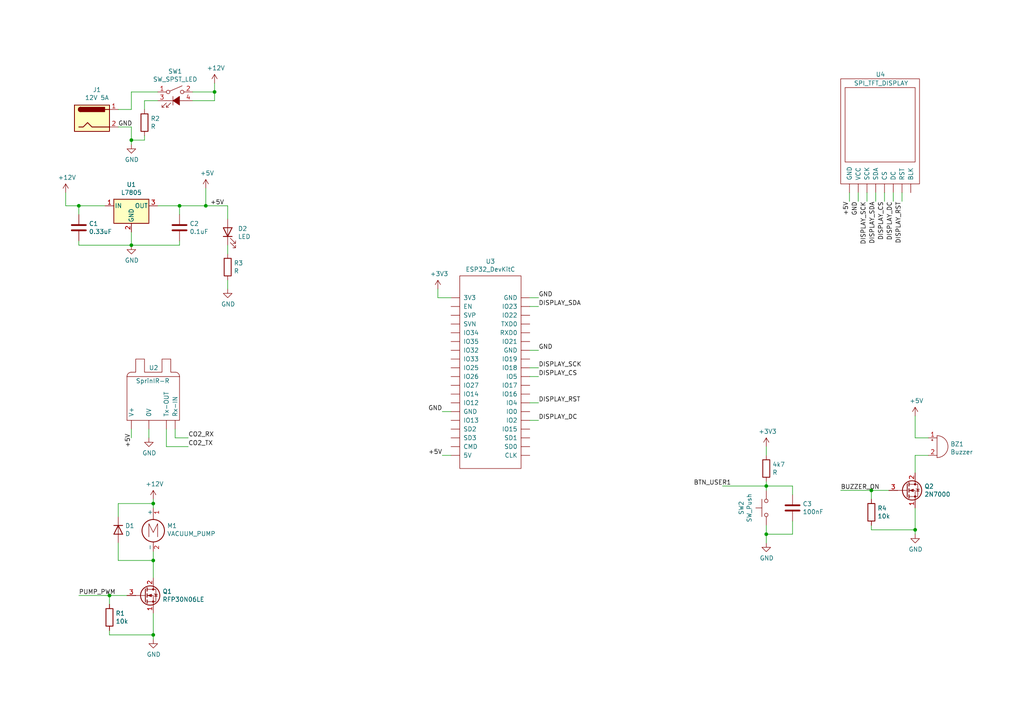
<source format=kicad_sch>
(kicad_sch (version 20211123) (generator eeschema)
  (paper "A4")
  (title_block (title "Base scheme to assembly the capnography monitor") (date "2022-01-29") (rev "V0.1") (company "Partow Rayan Rastak") (comment 1 "Covid-19 Capnograph"))
  (lib_symbols
    (symbol "Connector:Jack-DC" (pin_names (offset 1.016))
      (property "Reference" "J" (at 0 5.334 0))
      (property "Value" "Jack-DC" (at 0 -5.08 0))
      (symbol "Jack-DC_0_1"
        (rectangle (start -5.08 3.81) (end 5.08 -3.81) (stroke (width 0.254)) (fill (type background)))
        (arc (start -3.302 3.175) (mid -3.937 2.54) (end -3.302 1.905) (stroke (width 0.254)))
        (arc (start -3.302 3.175) (mid -3.937 2.54) (end -3.302 1.905) (stroke (width 0.254)) (fill (type outline)))
        (polyline (pts (xy 5.08 2.54) (xy 3.81 2.54)) (stroke (width 0.254)))
        (polyline (pts (xy -3.81 -2.54) (xy -2.54 -2.54) (xy -1.27 -1.27) (xy 0 -2.54) (xy 2.54 -2.54) (xy 5.08 -2.54)) (stroke (width 0.254)))
        (rectangle (start 3.683 3.175) (end -3.302 1.905) (stroke (width 0.254)) (fill (type outline)))
      )
      (symbol "Jack-DC_1_1"
        (pin passive line (at 7.62 2.54 180) (length 2.54) (name "~") (number "1"))
        (pin passive line (at 7.62 -2.54 180) (length 2.54) (name "~") (number "2"))
      )
    )
    (symbol "Device:Buzzer" (pin_names (offset 0.0254) hide)
      (property "Reference" "BZ" (at 3.81 1.27 0))
      (property "Value" "Buzzer" (at 3.81 -1.27 0))
      (symbol "Buzzer_0_1"
        (arc (start 0 -3.175) (mid 3.175 0) (end 0 3.175))
        (polyline (pts (xy -1.651 1.905) (xy -1.143 1.905)))
        (polyline (pts (xy -1.397 2.159) (xy -1.397 1.651)))
        (polyline (pts (xy 0 3.175) (xy 0 -3.175)))
      )
      (symbol "Buzzer_1_1"
        (pin passive line (at -2.54 2.54 0) (length 2.54) (name "-") (number "1"))
        (pin passive line (at -2.54 -2.54 0) (length 2.54) (name "+") (number "2"))
      )
    )
    (symbol "Device:C" (pin_numbers hide) (pin_names (offset 0.254))
      (property "Reference" "C" (at 0.635 2.54 0))
      (property "Value" "C" (at 0.635 -2.54 0))
      (symbol "C_0_1"
        (polyline (pts (xy -2.032 -0.762) (xy 2.032 -0.762)) (stroke (width 0.508)))
        (polyline (pts (xy -2.032 0.762) (xy 2.032 0.762)) (stroke (width 0.508)))
      )
      (symbol "C_1_1"
        (pin passive line (at 0 3.81 270) (length 2.794) (name "~") (number "1"))
        (pin passive line (at 0 -3.81 90) (length 2.794) (name "~") (number "2"))
      )
    )
    (symbol "Device:D" (pin_numbers hide) (pin_names (offset 1.016) hide)
      (property "Reference" "D" (at 0 2.54 0))
      (property "Value" "D" (at 0 -2.54 0))
      (symbol "D_0_1"
        (polyline (pts (xy -1.27 1.27) (xy -1.27 -1.27)) (stroke (width 0.254)))
        (polyline (pts (xy 1.27 0) (xy -1.27 0)))
        (polyline (pts (xy 1.27 1.27) (xy 1.27 -1.27) (xy -1.27 0) (xy 1.27 1.27)) (stroke (width 0.254)))
      )
      (symbol "D_1_1"
        (pin passive line (at -3.81 0 0) (length 2.54) (name "K") (number "1"))
        (pin passive line (at 3.81 0 180) (length 2.54) (name "A") (number "2"))
      )
    )
    (symbol "Device:LED" (pin_numbers hide) (pin_names (offset 1.016) hide)
      (property "Reference" "D" (at 0 2.54 0))
      (property "Value" "LED" (at 0 -2.54 0))
      (symbol "LED_0_1"
        (polyline (pts (xy -1.27 -1.27) (xy -1.27 1.27)) (stroke (width 0.254)))
        (polyline (pts (xy -1.27 0) (xy 1.27 0)))
        (polyline (pts (xy 1.27 -1.27) (xy 1.27 1.27) (xy -1.27 0) (xy 1.27 -1.27)) (stroke (width 0.254)))
        (polyline (pts (xy -3.048 -0.762) (xy -4.572 -2.286) (xy -3.81 -2.286) (xy -4.572 -2.286) (xy -4.572 -1.524)))
        (polyline (pts (xy -1.778 -0.762) (xy -3.302 -2.286) (xy -2.54 -2.286) (xy -3.302 -2.286) (xy -3.302 -1.524)))
      )
      (symbol "LED_1_1"
        (pin passive line (at -3.81 0 0) (length 2.54) (name "K") (number "1"))
        (pin passive line (at 3.81 0 180) (length 2.54) (name "A") (number "2"))
      )
    )
    (symbol "Device:Q_NMOS_SDG" (pin_names (offset 0) hide)
      (property "Reference" "Q" (at 5.08 1.27 0))
      (property "Value" "Q_NMOS_SDG" (at 5.08 -1.27 0))
      (symbol "Q_NMOS_SDG_0_1"
        (polyline (pts (xy 0.254 0) (xy -2.54 0)))
        (polyline (pts (xy 0.254 1.905) (xy 0.254 -1.905)) (stroke (width 0.254)))
        (polyline (pts (xy 0.762 -1.27) (xy 0.762 -2.286)) (stroke (width 0.254)))
        (polyline (pts (xy 0.762 0.508) (xy 0.762 -0.508)) (stroke (width 0.254)))
        (polyline (pts (xy 0.762 2.286) (xy 0.762 1.27)) (stroke (width 0.254)))
        (polyline (pts (xy 2.54 2.54) (xy 2.54 1.778)))
        (polyline (pts (xy 2.54 -2.54) (xy 2.54 0) (xy 0.762 0)))
        (polyline (pts (xy 0.762 -1.778) (xy 3.302 -1.778) (xy 3.302 1.778) (xy 0.762 1.778)))
        (polyline (pts (xy 1.016 0) (xy 2.032 0.381) (xy 2.032 -0.381) (xy 1.016 0)) (fill (type outline)))
        (polyline (pts (xy 2.794 0.508) (xy 2.921 0.381) (xy 3.683 0.381) (xy 3.81 0.254)))
        (polyline (pts (xy 3.302 0.381) (xy 2.921 -0.254) (xy 3.683 -0.254) (xy 3.302 0.381)))
        (circle (center 1.651 0) (radius 2.794) (stroke (width 0.254)))
        (circle (center 2.54 -1.778) (radius 0.254) (fill (type outline)))
        (circle (center 2.54 1.778) (radius 0.254) (fill (type outline)))
      )
      (symbol "Q_NMOS_SDG_1_1"
        (pin passive line (at 2.54 -5.08 90) (length 2.54) (name "S") (number "1"))
        (pin passive line (at 2.54 5.08 270) (length 2.54) (name "D") (number "2"))
        (pin input line (at -5.08 0 0) (length 2.54) (name "G") (number "3"))
      )
    )
    (symbol "Device:R" (pin_numbers hide) (pin_names (offset 0))
      (property "Reference" "R" (at 2.032 0 90))
      (property "Value" "R" (at 0 0 90))
      (symbol "R_0_1"
        (rectangle (start -1.016 -2.54) (end 1.016 2.54) (stroke (width 0.254)))
      )
      (symbol "R_1_1"
        (pin passive line (at 0 3.81 270) (length 1.27) (name "~") (number "1"))
        (pin passive line (at 0 -3.81 90) (length 1.27) (name "~") (number "2"))
      )
    )
    (symbol "Motor:Motor_DC" (pin_names (offset 0))
      (property "Reference" "M" (at 2.54 2.54 0))
      (property "Value" "Motor_DC" (at 2.54 -5.08 0))
      (symbol "Motor_DC_0_0"
        (polyline (pts (xy -1.27 -3.302) (xy -1.27 0.508) (xy 0 -2.032) (xy 1.27 0.508) (xy 1.27 -3.302)))
      )
      (symbol "Motor_DC_0_1"
        (circle (center 0 -1.524) (radius 3.2512) (stroke (width 0.254)))
        (polyline (pts (xy 0 -7.62) (xy 0 -7.112)))
        (polyline (pts (xy 0 -4.7752) (xy 0 -5.1816)))
        (polyline (pts (xy 0 1.7272) (xy 0 2.0828)))
        (polyline (pts (xy 0 2.032) (xy 0 2.54)))
      )
      (symbol "Motor_DC_1_1"
        (pin passive line (at 0 5.08 270) (length 2.54) (name "+") (number "1"))
        (pin passive line (at 0 -7.62 90) (length 2.54) (name "-") (number "2"))
      )
    )
    (symbol "Regulator_Linear:L7805" (pin_names (offset 0.254))
      (property "Reference" "U" (at -3.81 3.175 0))
      (property "Value" "L7805" (at 0 3.175 0))
      (symbol "L7805_0_1"
        (rectangle (start -5.08 1.905) (end 5.08 -5.08) (stroke (width 0.254)) (fill (type background)))
      )
      (symbol "L7805_1_1"
        (pin power_in line (at -7.62 0 0) (length 2.54) (name "IN") (number "1"))
        (pin power_in line (at 0 -7.62 90) (length 2.54) (name "GND") (number "2"))
        (pin power_out line (at 7.62 0 180) (length 2.54) (name "OUT") (number "3"))
      )
    )
    (symbol "Switch:SW_Push" (pin_numbers hide) (pin_names (offset 1.016) hide)
      (property "Reference" "SW" (at 1.27 2.54 0))
      (property "Value" "SW_Push" (at 0 -1.524 0))
      (symbol "SW_Push_0_1"
        (circle (center -2.032 0) (radius 0.508))
        (polyline (pts (xy 0 1.27) (xy 0 3.048)))
        (polyline (pts (xy 2.54 1.27) (xy -2.54 1.27)))
        (circle (center 2.032 0) (radius 0.508))
        (pin passive line (at -5.08 0 0) (length 2.54) (name "1") (number "1"))
        (pin passive line (at 5.08 0 180) (length 2.54) (name "2") (number "2"))
      )
    )
    (symbol "Switch:SW_SPST_LED" (pin_names (offset 1.016) hide)
      (property "Reference" "SW" (at 0.635 5.715 0))
      (property "Value" "SW_SPST_LED" (at 0 -3.175 0))
      (symbol "SW_SPST_LED_0_0"
        (polyline (pts (xy -3.81 -1.905) (xy -2.54 -0.635)))
        (polyline (pts (xy -2.54 -1.905) (xy -1.27 -0.635)))
        (polyline (pts (xy -2.54 0) (xy 2.54 0)))
        (polyline (pts (xy -0.635 1.27) (xy -0.635 -1.27)))
        (polyline (pts (xy -3.81 -1.27) (xy -3.81 -1.905) (xy -3.175 -1.905)))
        (polyline (pts (xy -2.54 -1.27) (xy -2.54 -1.905) (xy -1.905 -1.905)))
        (polyline (pts (xy -0.635 0) (xy 1.27 1.27) (xy 1.27 -1.27) (xy -0.635 0)) (fill (type outline)))
      )
      (symbol "SW_SPST_LED_0_1"
        (circle (center -2.032 2.54) (radius 0.508))
        (polyline (pts (xy -1.524 2.794) (xy 2.032 4.318)))
        (circle (center 2.032 2.54) (radius 0.508))
        (pin passive line (at -5.08 2.54 0) (length 2.54) (name "1") (number "1"))
        (pin passive line (at 5.08 2.54 180) (length 2.54) (name "2") (number "2"))
        (pin passive line (at -5.08 0 0) (length 2.54) (name "K") (number "3"))
        (pin passive line (at 5.08 0 180) (length 2.54) (name "A") (number "4"))
      )
    )
    (symbol "power:+12V" (power) (pin_names (offset 0))
      (property "Value" "+12V" (at 0 3.556 0))
      (symbol "+12V_0_1"
        (polyline (pts (xy -0.762 1.27) (xy 0 2.54)))
        (polyline (pts (xy 0 0) (xy 0 2.54)))
        (polyline (pts (xy 0 2.54) (xy 0.762 1.27)))
      )
      (symbol "+12V_1_1"
        (pin power_in line (at 0 0 90) (length 0) hide (name "+12V") (number "1"))
      )
    )
    (symbol "power:+3.3V" (power) (pin_names (offset 0))
      (property "Value" "+3.3V" (at 0 3.556 0))
      (symbol "+3.3V_0_1"
        (polyline (pts (xy -0.762 1.27) (xy 0 2.54)))
        (polyline (pts (xy 0 0) (xy 0 2.54)))
        (polyline (pts (xy 0 2.54) (xy 0.762 1.27)))
      )
      (symbol "+3.3V_1_1"
        (pin power_in line (at 0 0 90) (length 0) hide (name "+3V3") (number "1"))
      )
    )
    (symbol "power:+5V" (power) (pin_names (offset 0))
      (property "Value" "+5V" (at 0 3.556 0))
      (symbol "+5V_0_1"
        (polyline (pts (xy -0.762 1.27) (xy 0 2.54)))
        (polyline (pts (xy 0 0) (xy 0 2.54)))
        (polyline (pts (xy 0 2.54) (xy 0.762 1.27)))
      )
      (symbol "+5V_1_1"
        (pin power_in line (at 0 0 90) (length 0) hide (name "+5V") (number "1"))
      )
    )
    (symbol "power:GND" (power) (pin_names (offset 0))
      (property "Value" "GND" (at 0 -3.81 0))
      (symbol "GND_0_1"
        (polyline (pts (xy 0 0) (xy 0 -1.27) (xy 1.27 -1.27) (xy 0 -2.54) (xy -1.27 -1.27) (xy 0 -1.27)))
      )
      (symbol "GND_1_1"
        (pin power_in line (at 0 0 270) (length 0) hide (name "GND") (number "1"))
      )
    )
    (symbol "simpleSymbols:ESP32_DevKitC" (pin_names (offset 1.016))
      (property "Reference" "U" (at 0 0 0))
      (property "Value" "ESP32_DevKitC" (at 0 0 0))
      (symbol "ESP32_DevKitC_0_1"
        (rectangle (start -8.89 1.27) (end 8.89 -54.61))
      )
      (symbol "ESP32_DevKitC_1_1"
        (pin power_out line (at -11.43 -5.08 0) (length 2.54) (name "3V3") (number "~"))
        (pin power_in line (at -11.43 -50.8 0) (length 2.54) (name "5V") (number "~"))
        (pin tri_state line (at 11.43 -50.8 180) (length 2.54) (name "CLK") (number "~"))
        (pin tri_state line (at -11.43 -48.26 0) (length 2.54) (name "CMD") (number "~"))
        (pin input line (at -11.43 -7.62 0) (length 2.54) (name "EN") (number "~"))
        (pin power_in line (at -11.43 -38.1 0) (length 2.54) (name "GND") (number "~"))
        (pin power_in line (at 11.43 -20.32 180) (length 2.54) (name "GND") (number "~"))
        (pin power_in line (at 11.43 -5.08 180) (length 2.54) (name "GND") (number "~"))
        (pin tri_state line (at 11.43 -38.1 180) (length 2.54) (name "IO0") (number "~"))
        (pin tri_state line (at -11.43 -35.56 0) (length 2.54) (name "IO12") (number "~"))
        (pin tri_state line (at -11.43 -40.64 0) (length 2.54) (name "IO13") (number "~"))
        (pin tri_state line (at -11.43 -33.02 0) (length 2.54) (name "IO14") (number "~"))
        (pin tri_state line (at 11.43 -43.18 180) (length 2.54) (name "IO15") (number "~"))
        (pin tri_state line (at 11.43 -33.02 180) (length 2.54) (name "IO16") (number "~"))
        (pin tri_state line (at 11.43 -30.48 180) (length 2.54) (name "IO17") (number "~"))
        (pin tri_state line (at 11.43 -25.4 180) (length 2.54) (name "IO18") (number "~"))
        (pin tri_state line (at 11.43 -22.86 180) (length 2.54) (name "IO19") (number "~"))
        (pin tri_state line (at 11.43 -40.64 180) (length 2.54) (name "IO2") (number "~"))
        (pin tri_state line (at 11.43 -17.78 180) (length 2.54) (name "IO21") (number "~"))
        (pin tri_state line (at 11.43 -10.16 180) (length 2.54) (name "IO22") (number "~"))
        (pin tri_state line (at 11.43 -7.62 180) (length 2.54) (name "IO23") (number "~"))
        (pin tri_state line (at -11.43 -25.4 0) (length 2.54) (name "IO25") (number "~"))
        (pin tri_state line (at -11.43 -27.94 0) (length 2.54) (name "IO26") (number "~"))
        (pin tri_state line (at -11.43 -30.48 0) (length 2.54) (name "IO27") (number "~"))
        (pin tri_state line (at -11.43 -20.32 0) (length 2.54) (name "IO32") (number "~"))
        (pin tri_state line (at -11.43 -22.86 0) (length 2.54) (name "IO33") (number "~"))
        (pin tri_state line (at -11.43 -15.24 0) (length 2.54) (name "IO34") (number "~"))
        (pin tri_state line (at -11.43 -17.78 0) (length 2.54) (name "IO35") (number "~"))
        (pin tri_state line (at 11.43 -35.56 180) (length 2.54) (name "IO4") (number "~"))
        (pin tri_state line (at 11.43 -27.94 180) (length 2.54) (name "IO5") (number "~"))
        (pin tri_state line (at 11.43 -15.24 180) (length 2.54) (name "RXD0") (number "~"))
        (pin tri_state line (at 11.43 -48.26 180) (length 2.54) (name "SD0") (number "~"))
        (pin tri_state line (at 11.43 -45.72 180) (length 2.54) (name "SD1") (number "~"))
        (pin tri_state line (at -11.43 -43.18 0) (length 2.54) (name "SD2") (number "~"))
        (pin tri_state line (at -11.43 -45.72 0) (length 2.54) (name "SD3") (number "~"))
        (pin tri_state line (at -11.43 -12.7 0) (length 2.54) (name "SVN") (number "~"))
        (pin tri_state line (at -11.43 -10.16 0) (length 2.54) (name "SVP") (number "~"))
        (pin tri_state line (at 11.43 -12.7 180) (length 2.54) (name "TXD0") (number "~"))
      )
    )
    (symbol "simpleSymbols:SPI_TFT_DISPLAY" (pin_names (offset 1.016))
      (property "Reference" "U" (at 0 2.54 0))
      (property "Value" "SPI_TFT_DISPLAY" (at 0 0 0))
      (symbol "SPI_TFT_DISPLAY_0_1"
        (rectangle (start -10.16 -1.27) (end 10.16 -22.86))
        (rectangle (start 11.43 -29.21) (end -11.43 1.27))
      )
      (symbol "SPI_TFT_DISPLAY_1_1"
        (pin unspecified line (at 8.89 -31.75 90) (length 2.54) (name "BLK") (number "~"))
        (pin input line (at 1.27 -31.75 90) (length 2.54) (name "CS") (number "~"))
        (pin unspecified line (at 3.81 -31.75 90) (length 2.54) (name "DC") (number "~"))
        (pin power_in line (at -8.89 -31.75 90) (length 2.54) (name "GND") (number "~"))
        (pin input line (at 6.35 -31.75 90) (length 2.54) (name "RST") (number "~"))
        (pin input line (at -3.81 -31.75 90) (length 2.54) (name "SCK") (number "~"))
        (pin bidirectional line (at -1.27 -31.75 90) (length 2.54) (name "SDA") (number "~"))
        (pin power_in line (at -6.35 -31.75 90) (length 2.54) (name "VCC") (number "~"))
      )
    )
    (symbol "simpleSymbols:SprinIR-R" (pin_names (offset 1.016))
      (property "Reference" "U" (at 0 8.89 0))
      (property "Value" "SprinIR-R" (at 0 3.81 0))
      (symbol "SprinIR-R_0_1"
        (arc (start -6.35 7.62) (mid -7.2388 7.2466) (end -7.62 6.35))
        (polyline (pts (xy -7.62 -6.35) (xy -7.62 6.35)))
        (polyline (pts (xy 7.62 6.35) (xy -7.62 6.35)))
        (polyline (pts (xy 7.62 6.35) (xy 7.62 -6.35) (xy -7.62 -6.35)))
        (polyline (pts (xy -6.35 7.62) (xy -5.08 7.62) (xy -5.08 11.43) (xy -2.54 11.43) (xy -2.54 7.62) (xy 2.54 7.62) (xy 2.54 11.43) (xy 5.08 11.43) (xy 5.08 7.62) (xy 6.35 7.62)))
        (arc (start 7.62 6.35) (mid 7.2571 7.2646) (end 6.35 7.62))
      )
      (symbol "SprinIR-R_1_1"
        (pin power_in line (at -1.27 -8.89 90) (length 2.54) (name "0V") (number "~"))
        (pin input line (at 6.35 -8.89 90) (length 2.54) (name "Rx-IN") (number "~"))
        (pin output line (at 3.81 -8.89 90) (length 2.54) (name "Tx-OUT") (number "~"))
        (pin power_in line (at -6.35 -8.89 90) (length 2.54) (name "V+") (number "~"))
      )
    )
  )
  (junction (at 222.25 140.97))
  (junction (at 44.45 146.05))
  (junction (at 265.43 153.67))
  (junction (at 38.1 71.12))
  (junction (at 52.07 59.69))
  (junction (at 252.73 142.24))
  (junction (at 62.23 26.67))
  (junction (at 44.45 184.15))
  (junction (at 22.86 59.69))
  (junction (at 44.45 162.56))
  (junction (at 59.69 59.69))
  (junction (at 31.75 172.72))
  (junction (at 222.25 154.94))
  (junction (at 38.1 40.64))
  (wire (pts (xy 156.21 88.9) (xy 153.67 88.9)))
  (wire (pts (xy 246.38 55.88) (xy 246.38 58.42)))
  (wire (pts (xy 156.21 116.84) (xy 153.67 116.84)))
  (wire (pts (xy 43.18 124.46) (xy 43.18 127)))
  (wire (pts (xy 45.72 26.67) (xy 38.1 26.67)))
  (wire (pts (xy 265.43 153.67) (xy 265.43 147.32)))
  (wire (pts (xy 44.45 146.05) (xy 34.29 146.05)))
  (wire (pts (xy 44.45 185.42) (xy 44.45 184.15)))
  (wire (pts (xy 41.91 29.21) (xy 41.91 31.75)))
  (wire (pts (xy 62.23 29.21) (xy 55.88 29.21)))
  (wire (pts (xy 222.25 154.94) (xy 222.25 152.4)))
  (wire (pts (xy 156.21 106.68) (xy 153.67 106.68)))
  (wire (pts (xy 22.86 62.23) (xy 22.86 59.69)))
  (wire (pts (xy 36.83 172.72) (xy 31.75 172.72)))
  (wire (pts (xy 34.29 36.83) (xy 38.1 36.83)))
  (wire (pts (xy 44.45 160.02) (xy 44.45 162.56)))
  (wire (pts (xy 62.23 26.67) (xy 62.23 29.21)))
  (wire (pts (xy 229.87 154.94) (xy 222.25 154.94)))
  (wire (pts (xy 222.25 140.97) (xy 209.55 140.97)))
  (wire (pts (xy 251.46 55.88) (xy 251.46 58.42)))
  (wire (pts (xy 252.73 142.24) (xy 243.84 142.24)))
  (wire (pts (xy 22.86 59.69) (xy 30.48 59.69)))
  (wire (pts (xy 19.05 59.69) (xy 22.86 59.69)))
  (wire (pts (xy 256.54 55.88) (xy 256.54 58.42)))
  (wire (pts (xy 261.62 55.88) (xy 261.62 58.42)))
  (wire (pts (xy 153.67 86.36) (xy 156.21 86.36)))
  (wire (pts (xy 31.75 172.72) (xy 22.86 172.72)))
  (wire (pts (xy 22.86 69.85) (xy 22.86 71.12)))
  (wire (pts (xy 156.21 109.22) (xy 153.67 109.22)))
  (wire (pts (xy 252.73 152.4) (xy 252.73 153.67)))
  (wire (pts (xy 153.67 101.6) (xy 156.21 101.6)))
  (wire (pts (xy 222.25 154.94) (xy 222.25 157.48)))
  (wire (pts (xy 248.92 55.88) (xy 248.92 58.42)))
  (wire (pts (xy 156.21 121.92) (xy 153.67 121.92)))
  (wire (pts (xy 44.45 184.15) (xy 44.45 177.8)))
  (wire (pts (xy 59.69 59.69) (xy 66.04 59.69)))
  (wire (pts (xy 66.04 73.66) (xy 66.04 71.12)))
  (wire (pts (xy 34.29 162.56) (xy 44.45 162.56)))
  (wire (pts (xy 66.04 83.82) (xy 66.04 81.28)))
  (wire (pts (xy 38.1 26.67) (xy 38.1 31.75)))
  (wire (pts (xy 222.25 142.24) (xy 222.25 140.97)))
  (wire (pts (xy 269.24 127) (xy 265.43 127)))
  (wire (pts (xy 66.04 59.69) (xy 66.04 63.5)))
  (wire (pts (xy 50.8 124.46) (xy 50.8 127)))
  (wire (pts (xy 34.29 146.05) (xy 34.29 149.86)))
  (wire (pts (xy 31.75 182.88) (xy 31.75 184.15)))
  (wire (pts (xy 38.1 71.12) (xy 38.1 67.31)))
  (wire (pts (xy 252.73 153.67) (xy 265.43 153.67)))
  (wire (pts (xy 222.25 140.97) (xy 222.25 139.7)))
  (wire (pts (xy 265.43 120.65) (xy 265.43 127)))
  (wire (pts (xy 34.29 31.75) (xy 38.1 31.75)))
  (wire (pts (xy 34.29 157.48) (xy 34.29 162.56)))
  (wire (pts (xy 62.23 26.67) (xy 62.23 24.13)))
  (wire (pts (xy 229.87 151.13) (xy 229.87 154.94)))
  (wire (pts (xy 222.25 132.08) (xy 222.25 129.54)))
  (wire (pts (xy 257.81 142.24) (xy 252.73 142.24)))
  (wire (pts (xy 52.07 71.12) (xy 38.1 71.12)))
  (wire (pts (xy 59.69 59.69) (xy 59.69 54.61)))
  (wire (pts (xy 52.07 59.69) (xy 59.69 59.69)))
  (wire (pts (xy 38.1 124.46) (xy 38.1 127)))
  (wire (pts (xy 269.24 132.08) (xy 265.43 132.08)))
  (wire (pts (xy 127 86.36) (xy 130.81 86.36)))
  (wire (pts (xy 52.07 69.85) (xy 52.07 71.12)))
  (wire (pts (xy 38.1 40.64) (xy 38.1 41.91)))
  (wire (pts (xy 41.91 39.37) (xy 41.91 40.64)))
  (wire (pts (xy 128.27 132.08) (xy 130.81 132.08)))
  (wire (pts (xy 19.05 55.88) (xy 19.05 59.69)))
  (wire (pts (xy 229.87 140.97) (xy 222.25 140.97)))
  (wire (pts (xy 229.87 143.51) (xy 229.87 140.97)))
  (wire (pts (xy 265.43 154.94) (xy 265.43 153.67)))
  (wire (pts (xy 48.26 124.46) (xy 48.26 129.54)))
  (wire (pts (xy 55.88 26.67) (xy 62.23 26.67)))
  (wire (pts (xy 31.75 184.15) (xy 44.45 184.15)))
  (wire (pts (xy 252.73 142.24) (xy 252.73 144.78)))
  (wire (pts (xy 31.75 172.72) (xy 31.75 175.26)))
  (wire (pts (xy 44.45 144.78) (xy 44.45 146.05)))
  (wire (pts (xy 44.45 146.05) (xy 44.45 147.32)))
  (wire (pts (xy 259.08 55.88) (xy 259.08 58.42)))
  (wire (pts (xy 52.07 59.69) (xy 52.07 62.23)))
  (wire (pts (xy 45.72 29.21) (xy 41.91 29.21)))
  (wire (pts (xy 265.43 132.08) (xy 265.43 137.16)))
  (wire (pts (xy 44.45 162.56) (xy 44.45 167.64)))
  (wire (pts (xy 254 55.88) (xy 254 58.42)))
  (wire (pts (xy 41.91 40.64) (xy 38.1 40.64)))
  (wire (pts (xy 48.26 129.54) (xy 54.61 129.54)))
  (wire (pts (xy 38.1 36.83) (xy 38.1 40.64)))
  (wire (pts (xy 128.27 119.38) (xy 130.81 119.38)))
  (wire (pts (xy 50.8 127) (xy 54.61 127)))
  (wire (pts (xy 22.86 71.12) (xy 38.1 71.12)))
  (wire (pts (xy 45.72 59.69) (xy 52.07 59.69)))
  (wire (pts (xy 127 83.82) (xy 127 86.36)))
  (label "+5V" (at 38.1 125.73 270))
  (label "DISPLAY_DC" (at 259.08 58.42 270))
  (label "GND" (at 128.27 119.38 180))
  (label "DISPLAY_RST" (at 156.21 116.84 0))
  (label "GND" (at 156.21 101.6 0))
  (label "GND" (at 248.92 58.42 270))
  (label "DISPLAY_DC" (at 156.21 121.92 0))
  (label "CO2_TX" (at 54.61 129.54 0))
  (label "+5V" (at 128.27 132.08 180))
  (label "DISPLAY_SDA" (at 156.21 88.9 0))
  (label "DISPLAY_RST" (at 261.62 58.42 270))
  (label "BTN_USER1" (at 212.09 140.97 180))
  (label "+5V" (at 60.96 59.69 0))
  (label "DISPLAY_SDA" (at 254 58.42 270))
  (label "BUZZER_ON" (at 243.84 142.24 0))
  (label "DISPLAY_CS" (at 256.54 58.42 270))
  (label "GND" (at 156.21 86.36 0))
  (label "DISPLAY_CS" (at 156.21 109.22 0))
  (label "DISPLAY_SCK" (at 156.21 106.68 0))
  (label "DISPLAY_SCK" (at 251.46 58.42 270))
  (label "GND" (at 34.29 36.83 0))
  (label "+5V" (at 246.38 58.42 270))
  (label "PUMP_PWM" (at 22.86 172.72 0))
  (label "CO2_RX" (at 54.61 127 0))
  (symbol (lib_id "Switch:SW_Push") (at 222.25 147.32 90) (unit 1)
    (property "Reference" "SW2" (at 215.011 147.32 0))
    (property "Value" "SW_Push" (at 217.3224 147.32 0))
  )
  (symbol (lib_id "Switch:SW_SPST_LED") (at 50.8 29.21 0) (unit 1)
    (property "Reference" "SW1" (at 50.8 20.701 0))
    (property "Value" "SW_SPST_LED" (at 50.8 23.0124 0))
  )
  (symbol (lib_id "simpleSymbols:SprinIR-R") (at 44.45 115.57 0) (unit 1)
    (property "Reference" "U2" (at 43.18 106.68 0) (effects (justify left)))
    (property "Value" "SprinIR-R" (at 39.37 110.49 0) (effects (justify left)))
    (property "Datasheet" "https://www.gassensing.co.uk/product/sprintir-r/" (effects hide))
  )
  (symbol (lib_id "simpleSymbols:ESP32_DevKitC") (at 142.24 81.28 0) (unit 1)
    (property "Reference" "U3" (at 142.24 75.819 0))
    (property "Value" "ESP32_DevKitC" (at 142.24 78.1304 0))
  )
  (symbol (lib_id "simpleSymbols:SPI_TFT_DISPLAY") (at 255.27 24.13 0) (unit 1)
    (property "Reference" "U4" (at 254 21.59 0) (effects (justify left)))
    (property "Value" "SPI_TFT_DISPLAY" (at 247.65 24.13 0) (effects (justify left)))
  )
  (symbol (lib_id "Connector:Jack-DC") (at 26.67 34.29 0) (unit 1)
    (property "Reference" "J1" (at 28.1178 26.035 0))
    (property "Value" "12V 5A" (at 28.1178 28.3464 0))
  )
  (symbol (lib_id "power:GND") (at 38.1 41.91 0) (unit 1)
    (property "Reference" "#PWR0104" (effects hide))
    (property "Value" "GND" (at 38.227 46.3042 0))
  )
  (symbol (lib_id "power:+12V") (at 62.23 24.13 0) (unit 1)
    (property "Reference" "#PWR0105" (effects hide))
    (property "Value" "+12V" (at 62.611 19.7358 0))
  )
  (symbol (lib_id "Regulator_Linear:L7805") (at 38.1 59.69 0) (unit 1)
    (property "Reference" "U1" (at 38.1 53.5432 0))
    (property "Value" "L7805" (at 38.1 55.8546 0))
    (property "Datasheet" "http://www.st.com/content/ccc/resource/technical/document/datasheet/41/4f/b3/b0/12/d4/47/88/CD00000444.pdf/files/CD00000444.pdf/jcr:content/translations/en.CD00000444.pdf" (effects hide))
  )
  (symbol (lib_id "power:+5V") (at 59.69 54.61 0) (unit 1)
    (property "Reference" "#PWR0112" (effects hide))
    (property "Value" "+5V" (at 60.071 50.2158 0))
  )
  (symbol (lib_id "power:GND") (at 38.1 71.12 0) (unit 1)
    (property "Reference" "#PWR0111" (effects hide))
    (property "Value" "GND" (at 38.227 75.5142 0))
  )
  (symbol (lib_id "power:+12V") (at 19.05 55.88 0) (unit 1)
    (property "Reference" "#PWR0103" (effects hide))
    (property "Value" "+12V" (at 19.431 51.4858 0))
  )
  (symbol (lib_id "Motor:Motor_DC") (at 44.45 152.4 0) (unit 1)
    (property "Reference" "M1" (at 48.4632 152.5016 0) (effects (justify left)))
    (property "Value" "VACUUM_PUMP" (at 48.4632 154.813 0) (effects (justify left)))
    (property "Datasheet" "https://www.sparkfun.com/products/10398" (effects hide))
  )
  (symbol (lib_id "Device:Q_NMOS_SDG") (at 41.91 172.72 0) (unit 1)
    (property "Reference" "Q1" (at 47.117 171.5516 0) (effects (justify left)))
    (property "Value" "RFP30N06LE" (at 47.117 173.863 0) (effects (justify left)))
    (property "Footprint" "Package_TO_SOT_THT:TO-220-3_Vertical" (effects hide))
    (property "Datasheet" "https://www.sparkfun.com/datasheets/Components/General/RFP30N06LE.pdf" (effects hide))
  )
  (symbol (lib_id "Device:R") (at 31.75 179.07 0) (unit 1)
    (property "Reference" "R1" (at 33.528 177.9016 0) (effects (justify left)))
    (property "Value" "10k" (at 33.528 180.213 0) (effects (justify left)))
  )
  (symbol (lib_id "Device:LED") (at 66.04 67.31 90) (unit 1)
    (property "Reference" "D2" (at 69.0118 66.3194 90) (effects (justify right)))
    (property "Value" "LED" (at 69.0118 68.6308 90) (effects (justify right)))
  )
  (symbol (lib_id "Device:R") (at 41.91 35.56 0) (unit 1)
    (property "Reference" "R2" (at 43.688 34.3916 0) (effects (justify left)))
    (property "Value" "R" (at 43.688 36.703 0) (effects (justify left)))
  )
  (symbol (lib_id "power:GND") (at 66.04 83.82 0) (unit 1)
    (property "Reference" "#PWR0113" (effects hide))
    (property "Value" "GND" (at 66.167 88.2142 0))
  )
  (symbol (lib_id "Device:R") (at 66.04 77.47 0) (unit 1)
    (property "Reference" "R3" (at 67.818 76.3016 0) (effects (justify left)))
    (property "Value" "R" (at 67.818 78.613 0) (effects (justify left)))
  )
  (symbol (lib_id "power:+12V") (at 44.45 144.78 0) (unit 1)
    (property "Reference" "#PWR0106" (effects hide))
    (property "Value" "+12V" (at 44.831 140.3858 0))
  )
  (symbol (lib_id "Device:Buzzer") (at 271.78 129.54 0) (unit 1)
    (property "Reference" "BZ1" (at 275.6408 128.8034 0) (effects (justify left)))
    (property "Value" "Buzzer" (at 275.6408 131.1148 0) (effects (justify left)))
  )
  (symbol (lib_id "power:GND") (at 44.45 185.42 0) (unit 1)
    (property "Reference" "#PWR0108" (effects hide))
    (property "Value" "GND" (at 44.577 189.8142 0))
  )
  (symbol (lib_id "Device:D") (at 34.29 153.67 270) (unit 1)
    (property "Reference" "D1" (at 36.2966 152.5016 90) (effects (justify left)))
    (property "Value" "D" (at 36.2966 154.813 90) (effects (justify left)))
  )
  (symbol (lib_id "Device:Q_NMOS_SDG") (at 262.89 142.24 0) (unit 1)
    (property "Reference" "Q2" (at 268.097 141.0716 0) (effects (justify left)))
    (property "Value" " 2N7000" (at 268.097 143.383 0) (effects (justify left)))
    (property "Footprint" "Package_TO_SOT_THT:TO-220-3_Vertical" (effects hide))
    (property "Datasheet" "https://www.sparkfun.com/datasheets/Components/General/RFP30N06LE.pdf" (effects hide))
  )
  (symbol (lib_id "Device:R") (at 252.73 148.59 0) (unit 1)
    (property "Reference" "R4" (at 254.508 147.4216 0) (effects (justify left)))
    (property "Value" "10k" (at 254.508 149.733 0) (effects (justify left)))
  )
  (symbol (lib_id "power:GND") (at 265.43 154.94 0) (unit 1)
    (property "Reference" "#PWR0101" (effects hide))
    (property "Value" "GND" (at 265.557 159.3342 0))
  )
  (symbol (lib_id "power:+5V") (at 265.43 120.65 0) (unit 1)
    (property "Reference" "#PWR0102" (effects hide))
    (property "Value" "+5V" (at 265.811 116.2558 0))
  )
  (symbol (lib_id "Device:R") (at 222.25 135.89 0) (unit 1)
    (property "Reference" "4k7" (at 224.028 134.7216 0) (effects (justify left)))
    (property "Value" "R" (at 224.028 137.033 0) (effects (justify left)))
  )
  (symbol (lib_id "Device:C") (at 229.87 147.32 0) (unit 1)
    (property "Reference" "C3" (at 232.791 146.1516 0) (effects (justify left)))
    (property "Value" "100nF" (at 232.791 148.463 0) (effects (justify left)))
  )
  (symbol (lib_id "power:+3.3V") (at 127 83.82 0) (unit 1)
    (property "Reference" "#PWR0114" (effects hide))
    (property "Value" "+3.3V" (at 127.381 79.4258 0))
  )
  (symbol (lib_id "power:+3.3V") (at 222.25 129.54 0) (unit 1)
    (property "Reference" "#PWR0110" (effects hide))
    (property "Value" "+3.3V" (at 222.631 125.1458 0))
  )
  (symbol (lib_id "power:GND") (at 222.25 157.48 0) (unit 1)
    (property "Reference" "#PWR0109" (effects hide))
    (property "Value" "GND" (at 222.377 161.8742 0))
  )
  (symbol (lib_id "power:GND") (at 43.18 127 0) (unit 1)
    (property "Reference" "#PWR0107" (effects hide))
    (property "Value" "GND" (at 43.307 131.3942 0))
  )
  (symbol (lib_id "Device:C") (at 52.07 66.04 0) (unit 1)
    (property "Reference" "C2" (at 54.991 64.8716 0) (effects (justify left)))
    (property "Value" "0.1uF" (at 54.991 67.183 0) (effects (justify left)))
  )
  (symbol (lib_id "Device:C") (at 22.86 66.04 0) (unit 1)
    (property "Reference" "C1" (at 25.781 64.8716 0) (effects (justify left)))
    (property "Value" "0.33uF" (at 25.781 67.183 0) (effects (justify left)))
  )
)
</source>
